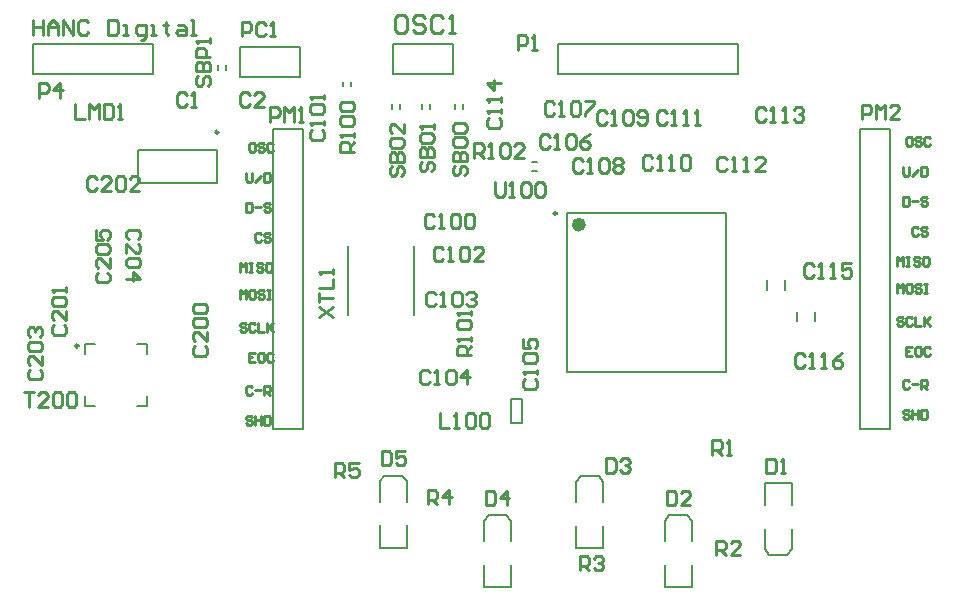
<source format=gto>
G04 Layer_Color=65535*
%FSLAX25Y25*%
%MOIN*%
G70*
G01*
G75*
%ADD27C,0.01000*%
%ADD35C,0.00984*%
%ADD36C,0.02362*%
%ADD37C,0.00787*%
%ADD38C,0.00500*%
D27*
X602149Y434936D02*
X601361Y435723D01*
X599787D01*
X599000Y434936D01*
Y431787D01*
X599787Y431000D01*
X601361D01*
X602149Y431787D01*
X603723Y431000D02*
X605297D01*
X604510D01*
Y435723D01*
X603723Y434936D01*
X607659Y431000D02*
X609233D01*
X608446D01*
Y435723D01*
X607659Y434936D01*
X611594D02*
X612382Y435723D01*
X613956D01*
X614743Y434936D01*
Y434149D01*
X613956Y433361D01*
X613169D01*
X613956D01*
X614743Y432574D01*
Y431787D01*
X613956Y431000D01*
X612382D01*
X611594Y431787D01*
X453277Y366000D02*
X458000Y369149D01*
X453277D02*
X458000Y366000D01*
X453277Y370723D02*
Y373871D01*
Y372297D01*
X458000D01*
X453277Y375446D02*
X458000D01*
Y378594D01*
Y380169D02*
Y381743D01*
Y380956D01*
X453277D01*
X454064Y380169D01*
X355000Y340723D02*
X358149D01*
X356574D01*
Y336000D01*
X362872D02*
X359723D01*
X362872Y339149D01*
Y339936D01*
X362084Y340723D01*
X360510D01*
X359723Y339936D01*
X364446D02*
X365233Y340723D01*
X366807D01*
X367594Y339936D01*
Y336787D01*
X366807Y336000D01*
X365233D01*
X364446Y336787D01*
Y339936D01*
X369169D02*
X369956Y340723D01*
X371530D01*
X372317Y339936D01*
Y336787D01*
X371530Y336000D01*
X369956D01*
X369169Y336787D01*
Y339936D01*
X409149Y439936D02*
X408361Y440723D01*
X406787D01*
X406000Y439936D01*
Y436787D01*
X406787Y436000D01*
X408361D01*
X409149Y436787D01*
X410723Y436000D02*
X412297D01*
X411510D01*
Y440723D01*
X410723Y439936D01*
X430149D02*
X429361Y440723D01*
X427787D01*
X427000Y439936D01*
Y436787D01*
X427787Y436000D01*
X429361D01*
X430149Y436787D01*
X434871Y436000D02*
X431723D01*
X434871Y439149D01*
Y439936D01*
X434084Y440723D01*
X432510D01*
X431723Y439936D01*
X491649Y399436D02*
X490861Y400223D01*
X489287D01*
X488500Y399436D01*
Y396287D01*
X489287Y395500D01*
X490861D01*
X491649Y396287D01*
X493223Y395500D02*
X494797D01*
X494010D01*
Y400223D01*
X493223Y399436D01*
X497159D02*
X497946Y400223D01*
X499520D01*
X500307Y399436D01*
Y396287D01*
X499520Y395500D01*
X497946D01*
X497159Y396287D01*
Y399436D01*
X501882D02*
X502669Y400223D01*
X504243D01*
X505030Y399436D01*
Y396287D01*
X504243Y395500D01*
X502669D01*
X501882Y396287D01*
Y399436D01*
X451064Y428149D02*
X450277Y427361D01*
Y425787D01*
X451064Y425000D01*
X454213D01*
X455000Y425787D01*
Y427361D01*
X454213Y428149D01*
X455000Y429723D02*
Y431297D01*
Y430510D01*
X450277D01*
X451064Y429723D01*
Y433659D02*
X450277Y434446D01*
Y436020D01*
X451064Y436807D01*
X454213D01*
X455000Y436020D01*
Y434446D01*
X454213Y433659D01*
X451064D01*
X455000Y438381D02*
Y439956D01*
Y439169D01*
X450277D01*
X451064Y438381D01*
X494649Y388436D02*
X493861Y389223D01*
X492287D01*
X491500Y388436D01*
Y385287D01*
X492287Y384500D01*
X493861D01*
X494649Y385287D01*
X496223Y384500D02*
X497797D01*
X497010D01*
Y389223D01*
X496223Y388436D01*
X500159D02*
X500946Y389223D01*
X502520D01*
X503307Y388436D01*
Y385287D01*
X502520Y384500D01*
X500946D01*
X500159Y385287D01*
Y388436D01*
X508030Y384500D02*
X504881D01*
X508030Y387649D01*
Y388436D01*
X507243Y389223D01*
X505669D01*
X504881Y388436D01*
X492149Y373404D02*
X491361Y374191D01*
X489787D01*
X489000Y373404D01*
Y370255D01*
X489787Y369468D01*
X491361D01*
X492149Y370255D01*
X493723Y369468D02*
X495297D01*
X494510D01*
Y374191D01*
X493723Y373404D01*
X497659D02*
X498446Y374191D01*
X500020D01*
X500807Y373404D01*
Y370255D01*
X500020Y369468D01*
X498446D01*
X497659Y370255D01*
Y373404D01*
X502382D02*
X503169Y374191D01*
X504743D01*
X505530Y373404D01*
Y372617D01*
X504743Y371830D01*
X503956D01*
X504743D01*
X505530Y371043D01*
Y370255D01*
X504743Y369468D01*
X503169D01*
X502382Y370255D01*
X490149Y347436D02*
X489361Y348223D01*
X487787D01*
X487000Y347436D01*
Y344287D01*
X487787Y343500D01*
X489361D01*
X490149Y344287D01*
X491723Y343500D02*
X493297D01*
X492510D01*
Y348223D01*
X491723Y347436D01*
X495659D02*
X496446Y348223D01*
X498020D01*
X498807Y347436D01*
Y344287D01*
X498020Y343500D01*
X496446D01*
X495659Y344287D01*
Y347436D01*
X502743Y343500D02*
Y348223D01*
X500382Y345861D01*
X503530D01*
X522064Y345149D02*
X521277Y344361D01*
Y342787D01*
X522064Y342000D01*
X525213D01*
X526000Y342787D01*
Y344361D01*
X525213Y345149D01*
X526000Y346723D02*
Y348297D01*
Y347510D01*
X521277D01*
X522064Y346723D01*
Y350659D02*
X521277Y351446D01*
Y353020D01*
X522064Y353807D01*
X525213D01*
X526000Y353020D01*
Y351446D01*
X525213Y350659D01*
X522064D01*
X521277Y358530D02*
Y355381D01*
X523639D01*
X522851Y356956D01*
Y357743D01*
X523639Y358530D01*
X525213D01*
X526000Y357743D01*
Y356169D01*
X525213Y355381D01*
X530149Y425936D02*
X529361Y426723D01*
X527787D01*
X527000Y425936D01*
Y422787D01*
X527787Y422000D01*
X529361D01*
X530149Y422787D01*
X531723Y422000D02*
X533297D01*
X532510D01*
Y426723D01*
X531723Y425936D01*
X535659D02*
X536446Y426723D01*
X538020D01*
X538807Y425936D01*
Y422787D01*
X538020Y422000D01*
X536446D01*
X535659Y422787D01*
Y425936D01*
X543530Y426723D02*
X541956Y425936D01*
X540381Y424361D01*
Y422787D01*
X541169Y422000D01*
X542743D01*
X543530Y422787D01*
Y423574D01*
X542743Y424361D01*
X540381D01*
X531649Y436936D02*
X530861Y437723D01*
X529287D01*
X528500Y436936D01*
Y433787D01*
X529287Y433000D01*
X530861D01*
X531649Y433787D01*
X533223Y433000D02*
X534797D01*
X534010D01*
Y437723D01*
X533223Y436936D01*
X537159D02*
X537946Y437723D01*
X539520D01*
X540307Y436936D01*
Y433787D01*
X539520Y433000D01*
X537946D01*
X537159Y433787D01*
Y436936D01*
X541882Y437723D02*
X545030D01*
Y436936D01*
X541882Y433787D01*
Y433000D01*
X541149Y417936D02*
X540361Y418723D01*
X538787D01*
X538000Y417936D01*
Y414787D01*
X538787Y414000D01*
X540361D01*
X541149Y414787D01*
X542723Y414000D02*
X544297D01*
X543510D01*
Y418723D01*
X542723Y417936D01*
X546659D02*
X547446Y418723D01*
X549020D01*
X549807Y417936D01*
Y414787D01*
X549020Y414000D01*
X547446D01*
X546659Y414787D01*
Y417936D01*
X551381D02*
X552169Y418723D01*
X553743D01*
X554530Y417936D01*
Y417149D01*
X553743Y416361D01*
X554530Y415574D01*
Y414787D01*
X553743Y414000D01*
X552169D01*
X551381Y414787D01*
Y415574D01*
X552169Y416361D01*
X551381Y417149D01*
Y417936D01*
X552169Y416361D02*
X553743D01*
X549149Y433936D02*
X548361Y434723D01*
X546787D01*
X546000Y433936D01*
Y430787D01*
X546787Y430000D01*
X548361D01*
X549149Y430787D01*
X550723Y430000D02*
X552297D01*
X551510D01*
Y434723D01*
X550723Y433936D01*
X554659D02*
X555446Y434723D01*
X557020D01*
X557807Y433936D01*
Y430787D01*
X557020Y430000D01*
X555446D01*
X554659Y430787D01*
Y433936D01*
X559381Y430787D02*
X560169Y430000D01*
X561743D01*
X562530Y430787D01*
Y433936D01*
X561743Y434723D01*
X560169D01*
X559381Y433936D01*
Y433149D01*
X560169Y432361D01*
X562530D01*
X564404Y418936D02*
X563617Y419723D01*
X562043D01*
X561256Y418936D01*
Y415787D01*
X562043Y415000D01*
X563617D01*
X564404Y415787D01*
X565979Y415000D02*
X567553D01*
X566766D01*
Y419723D01*
X565979Y418936D01*
X569914Y415000D02*
X571489D01*
X570702D01*
Y419723D01*
X569914Y418936D01*
X573850D02*
X574637Y419723D01*
X576212D01*
X576999Y418936D01*
Y415787D01*
X576212Y415000D01*
X574637D01*
X573850Y415787D01*
Y418936D01*
X569149Y433936D02*
X568361Y434723D01*
X566787D01*
X566000Y433936D01*
Y430787D01*
X566787Y430000D01*
X568361D01*
X569149Y430787D01*
X570723Y430000D02*
X572297D01*
X571510D01*
Y434723D01*
X570723Y433936D01*
X574659Y430000D02*
X576233D01*
X575446D01*
Y434723D01*
X574659Y433936D01*
X578594Y430000D02*
X580169D01*
X579382D01*
Y434723D01*
X578594Y433936D01*
X589205Y418436D02*
X588417Y419223D01*
X586843D01*
X586056Y418436D01*
Y415287D01*
X586843Y414500D01*
X588417D01*
X589205Y415287D01*
X590779Y414500D02*
X592353D01*
X591566D01*
Y419223D01*
X590779Y418436D01*
X594714Y414500D02*
X596289D01*
X595502D01*
Y419223D01*
X594714Y418436D01*
X601799Y414500D02*
X598650D01*
X601799Y417649D01*
Y418436D01*
X601012Y419223D01*
X599437D01*
X598650Y418436D01*
X510064Y432149D02*
X509277Y431361D01*
Y429787D01*
X510064Y429000D01*
X513213D01*
X514000Y429787D01*
Y431361D01*
X513213Y432149D01*
X514000Y433723D02*
Y435297D01*
Y434510D01*
X509277D01*
X510064Y433723D01*
X514000Y437659D02*
Y439233D01*
Y438446D01*
X509277D01*
X510064Y437659D01*
X514000Y443956D02*
X509277D01*
X511639Y441594D01*
Y444743D01*
X618149Y382936D02*
X617361Y383723D01*
X615787D01*
X615000Y382936D01*
Y379787D01*
X615787Y379000D01*
X617361D01*
X618149Y379787D01*
X619723Y379000D02*
X621297D01*
X620510D01*
Y383723D01*
X619723Y382936D01*
X623659Y379000D02*
X625233D01*
X624446D01*
Y383723D01*
X623659Y382936D01*
X630743Y383723D02*
X627594D01*
Y381361D01*
X629169Y382149D01*
X629956D01*
X630743Y381361D01*
Y379787D01*
X629956Y379000D01*
X628381D01*
X627594Y379787D01*
X412064Y356149D02*
X411277Y355361D01*
Y353787D01*
X412064Y353000D01*
X415213D01*
X416000Y353787D01*
Y355361D01*
X415213Y356149D01*
X416000Y360872D02*
Y357723D01*
X412851Y360872D01*
X412064D01*
X411277Y360084D01*
Y358510D01*
X412064Y357723D01*
Y362446D02*
X411277Y363233D01*
Y364807D01*
X412064Y365594D01*
X415213D01*
X416000Y364807D01*
Y363233D01*
X415213Y362446D01*
X412064D01*
Y367169D02*
X411277Y367956D01*
Y369530D01*
X412064Y370317D01*
X415213D01*
X416000Y369530D01*
Y367956D01*
X415213Y367169D01*
X412064D01*
X365064Y363149D02*
X364277Y362361D01*
Y360787D01*
X365064Y360000D01*
X368213D01*
X369000Y360787D01*
Y362361D01*
X368213Y363149D01*
X369000Y367871D02*
Y364723D01*
X365851Y367871D01*
X365064D01*
X364277Y367084D01*
Y365510D01*
X365064Y364723D01*
Y369446D02*
X364277Y370233D01*
Y371807D01*
X365064Y372594D01*
X368213D01*
X369000Y371807D01*
Y370233D01*
X368213Y369446D01*
X365064D01*
X369000Y374169D02*
Y375743D01*
Y374956D01*
X364277D01*
X365064Y374169D01*
X379149Y411936D02*
X378361Y412723D01*
X376787D01*
X376000Y411936D01*
Y408787D01*
X376787Y408000D01*
X378361D01*
X379149Y408787D01*
X383872Y408000D02*
X380723D01*
X383872Y411149D01*
Y411936D01*
X383084Y412723D01*
X381510D01*
X380723Y411936D01*
X385446D02*
X386233Y412723D01*
X387807D01*
X388594Y411936D01*
Y408787D01*
X387807Y408000D01*
X386233D01*
X385446Y408787D01*
Y411936D01*
X393317Y408000D02*
X390169D01*
X393317Y411149D01*
Y411936D01*
X392530Y412723D01*
X390956D01*
X390169Y411936D01*
X357064Y348211D02*
X356277Y347424D01*
Y345850D01*
X357064Y345063D01*
X360213D01*
X361000Y345850D01*
Y347424D01*
X360213Y348211D01*
X361000Y352934D02*
Y349786D01*
X357851Y352934D01*
X357064D01*
X356277Y352147D01*
Y350573D01*
X357064Y349786D01*
Y354508D02*
X356277Y355296D01*
Y356870D01*
X357064Y357657D01*
X360213D01*
X361000Y356870D01*
Y355296D01*
X360213Y354508D01*
X357064D01*
Y359231D02*
X356277Y360018D01*
Y361593D01*
X357064Y362380D01*
X357851D01*
X358639Y361593D01*
Y360806D01*
Y361593D01*
X359426Y362380D01*
X360213D01*
X361000Y361593D01*
Y360018D01*
X360213Y359231D01*
X392936Y391851D02*
X393723Y392639D01*
Y394213D01*
X392936Y395000D01*
X389787D01*
X389000Y394213D01*
Y392639D01*
X389787Y391851D01*
X389000Y387128D02*
Y390277D01*
X392149Y387128D01*
X392936D01*
X393723Y387916D01*
Y389490D01*
X392936Y390277D01*
Y385554D02*
X393723Y384767D01*
Y383193D01*
X392936Y382406D01*
X389787D01*
X389000Y383193D01*
Y384767D01*
X389787Y385554D01*
X392936D01*
X389000Y378470D02*
X393723D01*
X391361Y380831D01*
Y377683D01*
X379564Y380649D02*
X378777Y379861D01*
Y378287D01*
X379564Y377500D01*
X382713D01*
X383500Y378287D01*
Y379861D01*
X382713Y380649D01*
X383500Y385371D02*
Y382223D01*
X380351Y385371D01*
X379564D01*
X378777Y384584D01*
Y383010D01*
X379564Y382223D01*
Y386946D02*
X378777Y387733D01*
Y389307D01*
X379564Y390094D01*
X382713D01*
X383500Y389307D01*
Y387733D01*
X382713Y386946D01*
X379564D01*
X378777Y394817D02*
Y391669D01*
X381139D01*
X380351Y393243D01*
Y394030D01*
X381139Y394817D01*
X382713D01*
X383500Y394030D01*
Y392456D01*
X382713Y391669D01*
X602400Y318623D02*
Y313900D01*
X604761D01*
X605549Y314687D01*
Y317836D01*
X604761Y318623D01*
X602400D01*
X607123Y313900D02*
X608697D01*
X607910D01*
Y318623D01*
X607123Y317836D01*
X569100Y307823D02*
Y303100D01*
X571461D01*
X572249Y303887D01*
Y307036D01*
X571461Y307823D01*
X569100D01*
X576971Y303100D02*
X573823D01*
X576971Y306249D01*
Y307036D01*
X576184Y307823D01*
X574610D01*
X573823Y307036D01*
X549000Y318723D02*
Y314000D01*
X551361D01*
X552149Y314787D01*
Y317936D01*
X551361Y318723D01*
X549000D01*
X553723Y317936D02*
X554510Y318723D01*
X556084D01*
X556872Y317936D01*
Y317149D01*
X556084Y316361D01*
X555297D01*
X556084D01*
X556872Y315574D01*
Y314787D01*
X556084Y314000D01*
X554510D01*
X553723Y314787D01*
X508817Y307833D02*
Y303110D01*
X511178D01*
X511965Y303897D01*
Y307046D01*
X511178Y307833D01*
X508817D01*
X515901Y303110D02*
Y307833D01*
X513539Y305472D01*
X516688D01*
X474100Y321113D02*
Y316390D01*
X476461D01*
X477249Y317177D01*
Y320325D01*
X476461Y321113D01*
X474100D01*
X481972D02*
X478823D01*
Y318751D01*
X480397Y319538D01*
X481184D01*
X481972Y318751D01*
Y317177D01*
X481184Y316390D01*
X479610D01*
X478823Y317177D01*
X493500Y333723D02*
Y329000D01*
X496649D01*
X498223D02*
X499797D01*
X499010D01*
Y333723D01*
X498223Y332936D01*
X502159D02*
X502946Y333723D01*
X504520D01*
X505307Y332936D01*
Y329787D01*
X504520Y329000D01*
X502946D01*
X502159Y329787D01*
Y332936D01*
X506882D02*
X507669Y333723D01*
X509243D01*
X510030Y332936D01*
Y329787D01*
X509243Y329000D01*
X507669D01*
X506882Y329787D01*
Y332936D01*
X372000Y436723D02*
Y432000D01*
X375149D01*
X376723D02*
Y436723D01*
X378297Y435149D01*
X379872Y436723D01*
Y432000D01*
X381446Y436723D02*
Y432000D01*
X383807D01*
X384594Y432787D01*
Y435936D01*
X383807Y436723D01*
X381446D01*
X386169Y432000D02*
X387743D01*
X386956D01*
Y436723D01*
X386169Y435936D01*
X360000Y439000D02*
Y443723D01*
X362361D01*
X363149Y442936D01*
Y441361D01*
X362361Y440574D01*
X360000D01*
X367084Y439000D02*
Y443723D01*
X364723Y441361D01*
X367871D01*
X427600Y459400D02*
Y464123D01*
X429961D01*
X430749Y463336D01*
Y461761D01*
X429961Y460974D01*
X427600D01*
X435471Y463336D02*
X434684Y464123D01*
X433110D01*
X432323Y463336D01*
Y460187D01*
X433110Y459400D01*
X434684D01*
X435471Y460187D01*
X437046Y459400D02*
X438620D01*
X437833D01*
Y464123D01*
X437046Y463336D01*
X437000Y431000D02*
Y435723D01*
X439361D01*
X440149Y434936D01*
Y433361D01*
X439361Y432574D01*
X437000D01*
X441723Y431000D02*
Y435723D01*
X443297Y434149D01*
X444872Y435723D01*
Y431000D01*
X446446D02*
X448020D01*
X447233D01*
Y435723D01*
X446446Y434936D01*
X634100Y431900D02*
Y436623D01*
X636461D01*
X637249Y435836D01*
Y434261D01*
X636461Y433474D01*
X634100D01*
X638823Y431900D02*
Y436623D01*
X640397Y435049D01*
X641971Y436623D01*
Y431900D01*
X646694D02*
X643546D01*
X646694Y435049D01*
Y435836D01*
X645907Y436623D01*
X644333D01*
X643546Y435836D01*
X584400Y319990D02*
Y324713D01*
X586761D01*
X587549Y323925D01*
Y322351D01*
X586761Y321564D01*
X584400D01*
X585974D02*
X587549Y319990D01*
X589123D02*
X590697D01*
X589910D01*
Y324713D01*
X589123Y323925D01*
X585700Y286590D02*
Y291313D01*
X588061D01*
X588849Y290526D01*
Y288951D01*
X588061Y288164D01*
X585700D01*
X587274D02*
X588849Y286590D01*
X593572D02*
X590423D01*
X593572Y289738D01*
Y290526D01*
X592784Y291313D01*
X591210D01*
X590423Y290526D01*
X540100Y281400D02*
Y286123D01*
X542461D01*
X543249Y285336D01*
Y283761D01*
X542461Y282974D01*
X540100D01*
X541674D02*
X543249Y281400D01*
X544823Y285336D02*
X545610Y286123D01*
X547184D01*
X547971Y285336D01*
Y284549D01*
X547184Y283761D01*
X546397D01*
X547184D01*
X547971Y282974D01*
Y282187D01*
X547184Y281400D01*
X545610D01*
X544823Y282187D01*
X489600Y303400D02*
Y308123D01*
X491961D01*
X492749Y307336D01*
Y305761D01*
X491961Y304974D01*
X489600D01*
X491174D02*
X492749Y303400D01*
X496684D02*
Y308123D01*
X494323Y305761D01*
X497472D01*
X458600Y312400D02*
Y317123D01*
X460961D01*
X461749Y316336D01*
Y314761D01*
X460961Y313974D01*
X458600D01*
X460174D02*
X461749Y312400D01*
X466471Y317123D02*
X463323D01*
Y314761D01*
X464897Y315549D01*
X465684D01*
X466471Y314761D01*
Y313187D01*
X465684Y312400D01*
X464110D01*
X463323Y313187D01*
X465000Y421000D02*
X460277D01*
Y423361D01*
X461064Y424149D01*
X462639D01*
X463426Y423361D01*
Y421000D01*
Y422574D02*
X465000Y424149D01*
Y425723D02*
Y427297D01*
Y426510D01*
X460277D01*
X461064Y425723D01*
Y429659D02*
X460277Y430446D01*
Y432020D01*
X461064Y432807D01*
X464213D01*
X465000Y432020D01*
Y430446D01*
X464213Y429659D01*
X461064D01*
Y434381D02*
X460277Y435169D01*
Y436743D01*
X461064Y437530D01*
X464213D01*
X465000Y436743D01*
Y435169D01*
X464213Y434381D01*
X461064D01*
X504000Y353032D02*
X499277D01*
Y355393D01*
X500064Y356180D01*
X501639D01*
X502426Y355393D01*
Y353032D01*
Y354606D02*
X504000Y356180D01*
Y357754D02*
Y359329D01*
Y358542D01*
X499277D01*
X500064Y357754D01*
Y361690D02*
X499277Y362477D01*
Y364052D01*
X500064Y364839D01*
X503213D01*
X504000Y364052D01*
Y362477D01*
X503213Y361690D01*
X500064D01*
X504000Y366413D02*
Y367987D01*
Y367200D01*
X499277D01*
X500064Y366413D01*
X505000Y419000D02*
Y423723D01*
X507361D01*
X508149Y422936D01*
Y421361D01*
X507361Y420574D01*
X505000D01*
X506574D02*
X508149Y419000D01*
X509723D02*
X511297D01*
X510510D01*
Y423723D01*
X509723Y422936D01*
X513659D02*
X514446Y423723D01*
X516020D01*
X516807Y422936D01*
Y419787D01*
X516020Y419000D01*
X514446D01*
X513659Y419787D01*
Y422936D01*
X521530Y419000D02*
X518382D01*
X521530Y422149D01*
Y422936D01*
X520743Y423723D01*
X519169D01*
X518382Y422936D01*
X498564Y416278D02*
X497777Y415491D01*
Y413917D01*
X498564Y413130D01*
X499351D01*
X500139Y413917D01*
Y415491D01*
X500926Y416278D01*
X501713D01*
X502500Y415491D01*
Y413917D01*
X501713Y413130D01*
X497777Y417853D02*
X502500D01*
Y420214D01*
X501713Y421001D01*
X500926D01*
X500139Y420214D01*
Y417853D01*
Y420214D01*
X499351Y421001D01*
X498564D01*
X497777Y420214D01*
Y417853D01*
Y424937D02*
Y423363D01*
X498564Y422576D01*
X501713D01*
X502500Y423363D01*
Y424937D01*
X501713Y425724D01*
X498564D01*
X497777Y424937D01*
X498564Y427298D02*
X497777Y428086D01*
Y429660D01*
X498564Y430447D01*
X501713D01*
X502500Y429660D01*
Y428086D01*
X501713Y427298D01*
X498564D01*
X487564Y417649D02*
X486777Y416861D01*
Y415287D01*
X487564Y414500D01*
X488351D01*
X489139Y415287D01*
Y416861D01*
X489926Y417649D01*
X490713D01*
X491500Y416861D01*
Y415287D01*
X490713Y414500D01*
X486777Y419223D02*
X491500D01*
Y421584D01*
X490713Y422371D01*
X489926D01*
X489139Y421584D01*
Y419223D01*
Y421584D01*
X488351Y422371D01*
X487564D01*
X486777Y421584D01*
Y419223D01*
Y426307D02*
Y424733D01*
X487564Y423946D01*
X490713D01*
X491500Y424733D01*
Y426307D01*
X490713Y427094D01*
X487564D01*
X486777Y426307D01*
X491500Y428669D02*
Y430243D01*
Y429456D01*
X486777D01*
X487564Y428669D01*
X477564Y416042D02*
X476777Y415255D01*
Y413681D01*
X477564Y412894D01*
X478351D01*
X479139Y413681D01*
Y415255D01*
X479926Y416042D01*
X480713D01*
X481500Y415255D01*
Y413681D01*
X480713Y412894D01*
X476777Y417617D02*
X481500D01*
Y419978D01*
X480713Y420765D01*
X479926D01*
X479139Y419978D01*
Y417617D01*
Y419978D01*
X478351Y420765D01*
X477564D01*
X476777Y419978D01*
Y417617D01*
Y424701D02*
Y423127D01*
X477564Y422340D01*
X480713D01*
X481500Y423127D01*
Y424701D01*
X480713Y425488D01*
X477564D01*
X476777Y424701D01*
X481500Y430211D02*
Y427062D01*
X478351Y430211D01*
X477564D01*
X476777Y429424D01*
Y427850D01*
X477564Y427062D01*
X413064Y446149D02*
X412277Y445361D01*
Y443787D01*
X413064Y443000D01*
X413851D01*
X414639Y443787D01*
Y445361D01*
X415426Y446149D01*
X416213D01*
X417000Y445361D01*
Y443787D01*
X416213Y443000D01*
X412277Y447723D02*
X417000D01*
Y450084D01*
X416213Y450872D01*
X415426D01*
X414639Y450084D01*
Y447723D01*
Y450084D01*
X413851Y450872D01*
X413064D01*
X412277Y450084D01*
Y447723D01*
X417000Y452446D02*
X412277D01*
Y454807D01*
X413064Y455594D01*
X414639D01*
X415426Y454807D01*
Y452446D01*
X417000Y457169D02*
Y458743D01*
Y457956D01*
X412277D01*
X413064Y457169D01*
X512000Y410723D02*
Y406787D01*
X512787Y406000D01*
X514361D01*
X515149Y406787D01*
Y410723D01*
X516723Y406000D02*
X518297D01*
X517510D01*
Y410723D01*
X516723Y409936D01*
X520659D02*
X521446Y410723D01*
X523020D01*
X523807Y409936D01*
Y406787D01*
X523020Y406000D01*
X521446D01*
X520659Y406787D01*
Y409936D01*
X525382D02*
X526169Y410723D01*
X527743D01*
X528530Y409936D01*
Y406787D01*
X527743Y406000D01*
X526169D01*
X525382Y406787D01*
Y409936D01*
X615149Y352936D02*
X614361Y353723D01*
X612787D01*
X612000Y352936D01*
Y349787D01*
X612787Y349000D01*
X614361D01*
X615149Y349787D01*
X616723Y349000D02*
X618297D01*
X617510D01*
Y353723D01*
X616723Y352936D01*
X620659Y349000D02*
X622233D01*
X621446D01*
Y353723D01*
X620659Y352936D01*
X627743Y353723D02*
X626169Y352936D01*
X624594Y351361D01*
Y349787D01*
X625382Y349000D01*
X626956D01*
X627743Y349787D01*
Y350574D01*
X626956Y351361D01*
X624594D01*
X481599Y466398D02*
X479600D01*
X478600Y465398D01*
Y461400D01*
X479600Y460400D01*
X481599D01*
X482599Y461400D01*
Y465398D01*
X481599Y466398D01*
X488597Y465398D02*
X487597Y466398D01*
X485598D01*
X484598Y465398D01*
Y464399D01*
X485598Y463399D01*
X487597D01*
X488597Y462399D01*
Y461400D01*
X487597Y460400D01*
X485598D01*
X484598Y461400D01*
X494595Y465398D02*
X493595Y466398D01*
X491596D01*
X490596Y465398D01*
Y461400D01*
X491596Y460400D01*
X493595D01*
X494595Y461400D01*
X496594Y460400D02*
X498594D01*
X497594D01*
Y466398D01*
X496594Y465398D01*
X519500Y455000D02*
Y459723D01*
X521861D01*
X522649Y458936D01*
Y457361D01*
X521861Y456574D01*
X519500D01*
X524223Y455000D02*
X525797D01*
X525010D01*
Y459723D01*
X524223Y458936D01*
X358000Y464998D02*
Y460000D01*
Y462499D01*
X361332D01*
Y464998D01*
Y460000D01*
X362998D02*
Y463332D01*
X364665Y464998D01*
X366331Y463332D01*
Y460000D01*
Y462499D01*
X362998D01*
X367997Y460000D02*
Y464998D01*
X371329Y460000D01*
Y464998D01*
X376327Y464165D02*
X375494Y464998D01*
X373828D01*
X372995Y464165D01*
Y460833D01*
X373828Y460000D01*
X375494D01*
X376327Y460833D01*
X382992Y464998D02*
Y460000D01*
X385491D01*
X386324Y460833D01*
Y464165D01*
X385491Y464998D01*
X382992D01*
X387990Y460000D02*
X389656D01*
X388823D01*
Y463332D01*
X387990D01*
X393822Y458334D02*
X394655D01*
X395488Y459167D01*
Y463332D01*
X392989D01*
X392156Y462499D01*
Y460833D01*
X392989Y460000D01*
X395488D01*
X397154D02*
X398820D01*
X397987D01*
Y463332D01*
X397154D01*
X402152Y464165D02*
Y463332D01*
X401319D01*
X402985D01*
X402152D01*
Y460833D01*
X402985Y460000D01*
X406318Y463332D02*
X407984D01*
X408817Y462499D01*
Y460000D01*
X406318D01*
X405485Y460833D01*
X406318Y461666D01*
X408817D01*
X410483Y460000D02*
X412149D01*
X411316D01*
Y464998D01*
X410483D01*
X652999Y395499D02*
X652499Y395999D01*
X651500D01*
X651000Y395499D01*
Y393500D01*
X651500Y393000D01*
X652499D01*
X652999Y393500D01*
X655998Y395499D02*
X655499Y395999D01*
X654499D01*
X653999Y395499D01*
Y394999D01*
X654499Y394499D01*
X655499D01*
X655998Y394000D01*
Y393500D01*
X655499Y393000D01*
X654499D01*
X653999Y393500D01*
X646000Y383000D02*
Y385999D01*
X647000Y384999D01*
X647999Y385999D01*
Y383000D01*
X648999Y385999D02*
X649999D01*
X649499D01*
Y383000D01*
X648999D01*
X649999D01*
X653498Y385499D02*
X652998Y385999D01*
X651998D01*
X651498Y385499D01*
Y384999D01*
X651998Y384500D01*
X652998D01*
X653498Y384000D01*
Y383500D01*
X652998Y383000D01*
X651998D01*
X651498Y383500D01*
X655997Y385999D02*
X654997D01*
X654497Y385499D01*
Y383500D01*
X654997Y383000D01*
X655997D01*
X656497Y383500D01*
Y385499D01*
X655997Y385999D01*
X646000Y374000D02*
Y376999D01*
X647000Y375999D01*
X647999Y376999D01*
Y374000D01*
X650498Y376999D02*
X649499D01*
X648999Y376499D01*
Y374500D01*
X649499Y374000D01*
X650498D01*
X650998Y374500D01*
Y376499D01*
X650498Y376999D01*
X653997Y376499D02*
X653498Y376999D01*
X652498D01*
X651998Y376499D01*
Y375999D01*
X652498Y375500D01*
X653498D01*
X653997Y375000D01*
Y374500D01*
X653498Y374000D01*
X652498D01*
X651998Y374500D01*
X654997Y376999D02*
X655997D01*
X655497D01*
Y374000D01*
X654997D01*
X655997D01*
X647999Y365499D02*
X647500Y365999D01*
X646500D01*
X646000Y365499D01*
Y364999D01*
X646500Y364499D01*
X647500D01*
X647999Y364000D01*
Y363500D01*
X647500Y363000D01*
X646500D01*
X646000Y363500D01*
X650998Y365499D02*
X650498Y365999D01*
X649499D01*
X648999Y365499D01*
Y363500D01*
X649499Y363000D01*
X650498D01*
X650998Y363500D01*
X651998Y365999D02*
Y363000D01*
X653997D01*
X654997Y365999D02*
Y363000D01*
Y364000D01*
X656996Y365999D01*
X655497Y364499D01*
X656996Y363000D01*
X650499Y425999D02*
X649500D01*
X649000Y425499D01*
Y423500D01*
X649500Y423000D01*
X650499D01*
X650999Y423500D01*
Y425499D01*
X650499Y425999D01*
X653998Y425499D02*
X653499Y425999D01*
X652499D01*
X651999Y425499D01*
Y424999D01*
X652499Y424500D01*
X653499D01*
X653998Y424000D01*
Y423500D01*
X653499Y423000D01*
X652499D01*
X651999Y423500D01*
X656997Y425499D02*
X656498Y425999D01*
X655498D01*
X654998Y425499D01*
Y423500D01*
X655498Y423000D01*
X656498D01*
X656997Y423500D01*
X648000Y415999D02*
Y413500D01*
X648500Y413000D01*
X649500D01*
X649999Y413500D01*
Y415999D01*
X650999Y413000D02*
X652998Y414999D01*
X653998Y415999D02*
Y413000D01*
X655498D01*
X655997Y413500D01*
Y415499D01*
X655498Y415999D01*
X653998D01*
X648000Y405999D02*
Y403000D01*
X649500D01*
X649999Y403500D01*
Y405499D01*
X649500Y405999D01*
X648000D01*
X650999Y404499D02*
X652998D01*
X655997Y405499D02*
X655498Y405999D01*
X654498D01*
X653998Y405499D01*
Y404999D01*
X654498Y404499D01*
X655498D01*
X655997Y404000D01*
Y403500D01*
X655498Y403000D01*
X654498D01*
X653998Y403500D01*
X650999Y355999D02*
X649000D01*
Y353000D01*
X650999D01*
X649000Y354500D02*
X650000D01*
X653499Y355999D02*
X652499D01*
X651999Y355499D01*
Y353500D01*
X652499Y353000D01*
X653499D01*
X653998Y353500D01*
Y355499D01*
X653499Y355999D01*
X656997Y355499D02*
X656498Y355999D01*
X655498D01*
X654998Y355499D01*
Y353500D01*
X655498Y353000D01*
X656498D01*
X656997Y353500D01*
X649999Y344499D02*
X649500Y344999D01*
X648500D01*
X648000Y344499D01*
Y342500D01*
X648500Y342000D01*
X649500D01*
X649999Y342500D01*
X650999Y343499D02*
X652998D01*
X653998Y342000D02*
Y344999D01*
X655498D01*
X655997Y344499D01*
Y343499D01*
X655498Y343000D01*
X653998D01*
X654998D02*
X655997Y342000D01*
X649999Y334499D02*
X649500Y334999D01*
X648500D01*
X648000Y334499D01*
Y333999D01*
X648500Y333500D01*
X649500D01*
X649999Y333000D01*
Y332500D01*
X649500Y332000D01*
X648500D01*
X648000Y332500D01*
X650999Y334999D02*
Y332000D01*
Y333500D01*
X652998D01*
Y334999D01*
Y332000D01*
X653998Y334999D02*
Y332000D01*
X655498D01*
X655997Y332500D01*
Y334499D01*
X655498Y334999D01*
X653998D01*
X430999Y332499D02*
X430500Y332999D01*
X429500D01*
X429000Y332499D01*
Y331999D01*
X429500Y331500D01*
X430500D01*
X430999Y331000D01*
Y330500D01*
X430500Y330000D01*
X429500D01*
X429000Y330500D01*
X431999Y332999D02*
Y330000D01*
Y331500D01*
X433998D01*
Y332999D01*
Y330000D01*
X434998Y332999D02*
Y330000D01*
X436498D01*
X436997Y330500D01*
Y332499D01*
X436498Y332999D01*
X434998D01*
X430999Y342499D02*
X430500Y342999D01*
X429500D01*
X429000Y342499D01*
Y340500D01*
X429500Y340000D01*
X430500D01*
X430999Y340500D01*
X431999Y341499D02*
X433998D01*
X434998Y340000D02*
Y342999D01*
X436498D01*
X436997Y342499D01*
Y341499D01*
X436498Y341000D01*
X434998D01*
X435998D02*
X436997Y340000D01*
X431999Y353999D02*
X430000D01*
Y351000D01*
X431999D01*
X430000Y352500D02*
X431000D01*
X434499Y353999D02*
X433499D01*
X432999Y353499D01*
Y351500D01*
X433499Y351000D01*
X434499D01*
X434998Y351500D01*
Y353499D01*
X434499Y353999D01*
X437997Y353499D02*
X437498Y353999D01*
X436498D01*
X435998Y353499D01*
Y351500D01*
X436498Y351000D01*
X437498D01*
X437997Y351500D01*
X429000Y403999D02*
Y401000D01*
X430500D01*
X430999Y401500D01*
Y403499D01*
X430500Y403999D01*
X429000D01*
X431999Y402499D02*
X433998D01*
X436997Y403499D02*
X436498Y403999D01*
X435498D01*
X434998Y403499D01*
Y402999D01*
X435498Y402499D01*
X436498D01*
X436997Y402000D01*
Y401500D01*
X436498Y401000D01*
X435498D01*
X434998Y401500D01*
X429000Y413999D02*
Y411500D01*
X429500Y411000D01*
X430500D01*
X430999Y411500D01*
Y413999D01*
X431999Y411000D02*
X433998Y412999D01*
X434998Y413999D02*
Y411000D01*
X436498D01*
X436997Y411500D01*
Y413499D01*
X436498Y413999D01*
X434998D01*
X431499Y423999D02*
X430500D01*
X430000Y423499D01*
Y421500D01*
X430500Y421000D01*
X431499D01*
X431999Y421500D01*
Y423499D01*
X431499Y423999D01*
X434998Y423499D02*
X434499Y423999D01*
X433499D01*
X432999Y423499D01*
Y422999D01*
X433499Y422500D01*
X434499D01*
X434998Y422000D01*
Y421500D01*
X434499Y421000D01*
X433499D01*
X432999Y421500D01*
X437997Y423499D02*
X437498Y423999D01*
X436498D01*
X435998Y423499D01*
Y421500D01*
X436498Y421000D01*
X437498D01*
X437997Y421500D01*
X428999Y363499D02*
X428500Y363999D01*
X427500D01*
X427000Y363499D01*
Y362999D01*
X427500Y362499D01*
X428500D01*
X428999Y362000D01*
Y361500D01*
X428500Y361000D01*
X427500D01*
X427000Y361500D01*
X431998Y363499D02*
X431498Y363999D01*
X430499D01*
X429999Y363499D01*
Y361500D01*
X430499Y361000D01*
X431498D01*
X431998Y361500D01*
X432998Y363999D02*
Y361000D01*
X434997D01*
X435997Y363999D02*
Y361000D01*
Y362000D01*
X437996Y363999D01*
X436497Y362499D01*
X437996Y361000D01*
X427000Y372000D02*
Y374999D01*
X428000Y373999D01*
X428999Y374999D01*
Y372000D01*
X431498Y374999D02*
X430499D01*
X429999Y374499D01*
Y372500D01*
X430499Y372000D01*
X431498D01*
X431998Y372500D01*
Y374499D01*
X431498Y374999D01*
X434997Y374499D02*
X434498Y374999D01*
X433498D01*
X432998Y374499D01*
Y373999D01*
X433498Y373499D01*
X434498D01*
X434997Y373000D01*
Y372500D01*
X434498Y372000D01*
X433498D01*
X432998Y372500D01*
X435997Y374999D02*
X436997D01*
X436497D01*
Y372000D01*
X435997D01*
X436997D01*
X427000Y381000D02*
Y383999D01*
X428000Y382999D01*
X428999Y383999D01*
Y381000D01*
X429999Y383999D02*
X430999D01*
X430499D01*
Y381000D01*
X429999D01*
X430999D01*
X434498Y383499D02*
X433998Y383999D01*
X432998D01*
X432498Y383499D01*
Y382999D01*
X432998Y382500D01*
X433998D01*
X434498Y382000D01*
Y381500D01*
X433998Y381000D01*
X432998D01*
X432498Y381500D01*
X436997Y383999D02*
X435997D01*
X435497Y383499D01*
Y381500D01*
X435997Y381000D01*
X436997D01*
X437497Y381500D01*
Y383499D01*
X436997Y383999D01*
X433999Y393499D02*
X433499Y393999D01*
X432500D01*
X432000Y393499D01*
Y391500D01*
X432500Y391000D01*
X433499D01*
X433999Y391500D01*
X436998Y393499D02*
X436498Y393999D01*
X435499D01*
X434999Y393499D01*
Y392999D01*
X435499Y392499D01*
X436498D01*
X436998Y392000D01*
Y391500D01*
X436498Y391000D01*
X435499D01*
X434999Y391500D01*
D35*
X373098Y356244D02*
G03*
X373098Y356244I-492J0D01*
G01*
X532480Y400378D02*
G03*
X532480Y400378I-492J0D01*
G01*
X419681Y427417D02*
G03*
X419681Y427417I-492J0D01*
G01*
D36*
X541043Y396638D02*
G03*
X541043Y396638I-1181J0D01*
G01*
D37*
X484925Y366583D02*
Y389417D01*
X463075Y366583D02*
Y389417D01*
X375165Y353488D02*
Y356835D01*
X378512D01*
X392488D02*
X395835D01*
Y353488D02*
Y356835D01*
Y336165D02*
Y339512D01*
X392488Y336165D02*
X395835D01*
X375165D02*
Y339512D01*
Y336165D02*
X378512D01*
X608453Y374925D02*
Y378075D01*
X602547Y374925D02*
Y378075D01*
X633500Y328500D02*
X643500D01*
X633500D02*
Y428500D01*
X643500D01*
Y421000D02*
Y428500D01*
Y328500D02*
Y421000D01*
X419622Y448213D02*
Y449787D01*
X422378Y448213D02*
Y449787D01*
X501378Y435213D02*
Y436787D01*
X498622Y435213D02*
Y436787D01*
X463878Y442713D02*
Y444287D01*
X461122Y442713D02*
Y444287D01*
X438000Y328500D02*
X448000D01*
X438000D02*
Y428500D01*
X448000D01*
Y421000D02*
Y428500D01*
Y328500D02*
Y421000D01*
X427000Y456000D02*
X447000D01*
X427000Y446000D02*
Y456000D01*
Y446000D02*
X447000D01*
Y456000D01*
X358000Y447000D02*
Y457000D01*
X398000D01*
X358000Y447000D02*
X398000D01*
Y457000D01*
X482528Y288972D02*
Y296453D01*
X473472Y288972D02*
Y296453D01*
Y288972D02*
X482528D01*
X475047Y312988D02*
X480953D01*
X482528Y304327D02*
Y311020D01*
X473472D02*
X475047Y312988D01*
X480953D02*
X482528Y311020D01*
X473472Y304327D02*
Y311020D01*
X517244Y275693D02*
Y283173D01*
X508189Y275693D02*
Y283173D01*
Y275693D02*
X517244D01*
X509764Y299709D02*
X515669D01*
X517244Y291047D02*
Y297740D01*
X508189D02*
X509764Y299709D01*
X515669D02*
X517244Y297740D01*
X508189Y291047D02*
Y297740D01*
X577528Y275693D02*
Y283173D01*
X568472Y275693D02*
Y283173D01*
Y275693D02*
X577528D01*
X570047Y299709D02*
X575953D01*
X577528Y291047D02*
Y297740D01*
X568472D02*
X570047Y299709D01*
X575953D02*
X577528Y297740D01*
X568472Y291047D02*
Y297740D01*
X601772Y303037D02*
Y310517D01*
X610828Y303037D02*
Y310517D01*
X601772D02*
X610828D01*
X603347Y286502D02*
X609253D01*
X601772Y288470D02*
Y295163D01*
X609253Y286502D02*
X610828Y288470D01*
X601772D02*
X603347Y286502D01*
X610828Y288470D02*
Y295163D01*
X480378Y435213D02*
Y436787D01*
X477622Y435213D02*
Y436787D01*
X490378Y435213D02*
Y436787D01*
X487622Y435213D02*
Y436787D01*
X548028Y288693D02*
Y296173D01*
X538972Y288693D02*
Y296173D01*
Y288693D02*
X548028D01*
X540547Y312709D02*
X546453D01*
X548028Y304047D02*
Y310740D01*
X538972D02*
X540547Y312709D01*
X546453D02*
X548028Y310740D01*
X538972Y304047D02*
Y310740D01*
X618453Y364425D02*
Y367575D01*
X612547Y364425D02*
Y367575D01*
X535925Y347425D02*
Y400575D01*
X589075Y347425D02*
Y400575D01*
X535925D02*
X589075D01*
X535925Y347425D02*
X589075D01*
X392811Y410488D02*
Y421512D01*
X419189Y410488D02*
Y421512D01*
X392811Y410488D02*
X419189D01*
X392811Y421512D02*
X419189D01*
X478000Y447000D02*
X498000D01*
Y457000D01*
X478000D02*
X498000D01*
X478000Y447000D02*
Y457000D01*
X533000D02*
X593000D01*
X533000Y447000D02*
X593000D01*
Y457000D01*
X533000Y447000D02*
Y457000D01*
X524213Y414622D02*
X525787D01*
X524213Y417378D02*
X525787D01*
D38*
X517100Y330400D02*
X520900D01*
X517100D02*
Y338600D01*
X520900D01*
Y330400D02*
Y338600D01*
M02*

</source>
